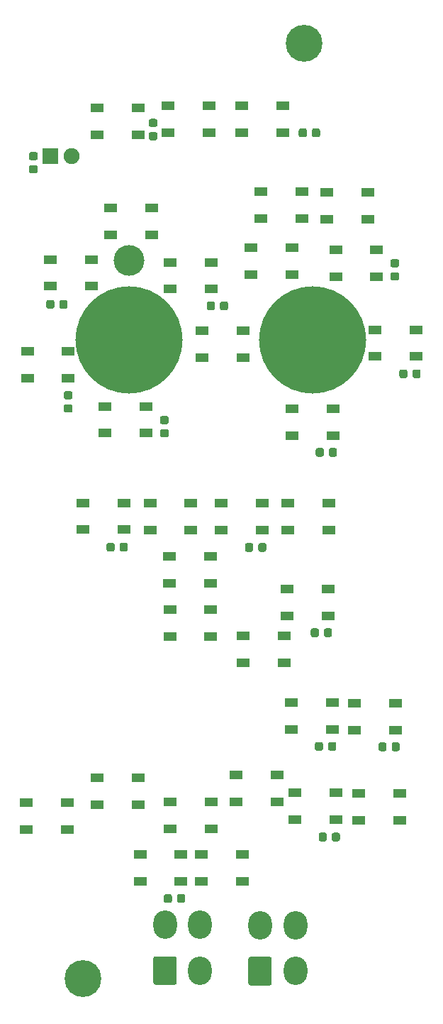
<source format=gbr>
%TF.GenerationSoftware,KiCad,Pcbnew,(5.1.6)-1*%
%TF.CreationDate,2020-12-18T20:13:03+11:00*%
%TF.ProjectId,SIM PWR PCB V2,53494d20-5057-4522-9050-43422056322e,rev?*%
%TF.SameCoordinates,Original*%
%TF.FileFunction,Soldermask,Top*%
%TF.FilePolarity,Negative*%
%FSLAX46Y46*%
G04 Gerber Fmt 4.6, Leading zero omitted, Abs format (unit mm)*
G04 Created by KiCad (PCBNEW (5.1.6)-1) date 2020-12-18 20:13:03*
%MOMM*%
%LPD*%
G01*
G04 APERTURE LIST*
%ADD10C,12.800000*%
%ADD11C,3.672000*%
%ADD12C,4.400000*%
%ADD13O,2.800000X3.400000*%
%ADD14R,1.600000X1.100000*%
%ADD15C,1.900000*%
%ADD16R,1.900000X1.900000*%
G04 APERTURE END LIST*
D10*
%TO.C,4*%
X134677710Y-79638436D03*
X134677710Y-79638436D03*
%TD*%
%TO.C,3*%
X112773636Y-79638436D03*
X112773636Y-79638436D03*
D11*
X112773636Y-70113436D03*
%TD*%
D12*
%TO.C,2*%
X107258014Y-155785745D03*
%TD*%
%TO.C,1*%
X133682342Y-44179111D03*
%TD*%
%TO.C,R1*%
G36*
G01*
X101049510Y-58773440D02*
X101612010Y-58773440D01*
G75*
G02*
X101855760Y-59017190I0J-243750D01*
G01*
X101855760Y-59504690D01*
G75*
G02*
X101612010Y-59748440I-243750J0D01*
G01*
X101049510Y-59748440D01*
G75*
G02*
X100805760Y-59504690I0J243750D01*
G01*
X100805760Y-59017190D01*
G75*
G02*
X101049510Y-58773440I243750J0D01*
G01*
G37*
G36*
G01*
X101049510Y-57198440D02*
X101612010Y-57198440D01*
G75*
G02*
X101855760Y-57442190I0J-243750D01*
G01*
X101855760Y-57929690D01*
G75*
G02*
X101612010Y-58173440I-243750J0D01*
G01*
X101049510Y-58173440D01*
G75*
G02*
X100805760Y-57929690I0J243750D01*
G01*
X100805760Y-57442190D01*
G75*
G02*
X101049510Y-57198440I243750J0D01*
G01*
G37*
%TD*%
D13*
%TO.C,J2*%
X121251980Y-149341840D03*
X117051980Y-149341840D03*
X121251980Y-154841840D03*
G36*
G01*
X115651980Y-156282580D02*
X115651980Y-153401100D01*
G75*
G02*
X115911240Y-153141840I259260J0D01*
G01*
X118192720Y-153141840D01*
G75*
G02*
X118451980Y-153401100I0J-259260D01*
G01*
X118451980Y-156282580D01*
G75*
G02*
X118192720Y-156541840I-259260J0D01*
G01*
X115911240Y-156541840D01*
G75*
G02*
X115651980Y-156282580I0J259260D01*
G01*
G37*
%TD*%
%TO.C,J1*%
X132613400Y-149412960D03*
X128413400Y-149412960D03*
X132613400Y-154912960D03*
G36*
G01*
X127013400Y-156353700D02*
X127013400Y-153472220D01*
G75*
G02*
X127272660Y-153212960I259260J0D01*
G01*
X129554140Y-153212960D01*
G75*
G02*
X129813400Y-153472220I0J-259260D01*
G01*
X129813400Y-156353700D01*
G75*
G02*
X129554140Y-156612960I-259260J0D01*
G01*
X127272660Y-156612960D01*
G75*
G02*
X127013400Y-156353700I0J259260D01*
G01*
G37*
%TD*%
%TO.C,C17*%
G36*
G01*
X136982380Y-139198930D02*
X136982380Y-138636430D01*
G75*
G02*
X137226130Y-138392680I243750J0D01*
G01*
X137713630Y-138392680D01*
G75*
G02*
X137957380Y-138636430I0J-243750D01*
G01*
X137957380Y-139198930D01*
G75*
G02*
X137713630Y-139442680I-243750J0D01*
G01*
X137226130Y-139442680D01*
G75*
G02*
X136982380Y-139198930I0J243750D01*
G01*
G37*
G36*
G01*
X135407380Y-139198930D02*
X135407380Y-138636430D01*
G75*
G02*
X135651130Y-138392680I243750J0D01*
G01*
X136138630Y-138392680D01*
G75*
G02*
X136382380Y-138636430I0J-243750D01*
G01*
X136382380Y-139198930D01*
G75*
G02*
X136138630Y-139442680I-243750J0D01*
G01*
X135651130Y-139442680D01*
G75*
G02*
X135407380Y-139198930I0J243750D01*
G01*
G37*
%TD*%
%TO.C,C16*%
G36*
G01*
X118486300Y-146534450D02*
X118486300Y-145971950D01*
G75*
G02*
X118730050Y-145728200I243750J0D01*
G01*
X119217550Y-145728200D01*
G75*
G02*
X119461300Y-145971950I0J-243750D01*
G01*
X119461300Y-146534450D01*
G75*
G02*
X119217550Y-146778200I-243750J0D01*
G01*
X118730050Y-146778200D01*
G75*
G02*
X118486300Y-146534450I0J243750D01*
G01*
G37*
G36*
G01*
X116911300Y-146534450D02*
X116911300Y-145971950D01*
G75*
G02*
X117155050Y-145728200I243750J0D01*
G01*
X117642550Y-145728200D01*
G75*
G02*
X117886300Y-145971950I0J-243750D01*
G01*
X117886300Y-146534450D01*
G75*
G02*
X117642550Y-146778200I-243750J0D01*
G01*
X117155050Y-146778200D01*
G75*
G02*
X116911300Y-146534450I0J243750D01*
G01*
G37*
%TD*%
%TO.C,C15*%
G36*
G01*
X111640800Y-104616830D02*
X111640800Y-104054330D01*
G75*
G02*
X111884550Y-103810580I243750J0D01*
G01*
X112372050Y-103810580D01*
G75*
G02*
X112615800Y-104054330I0J-243750D01*
G01*
X112615800Y-104616830D01*
G75*
G02*
X112372050Y-104860580I-243750J0D01*
G01*
X111884550Y-104860580D01*
G75*
G02*
X111640800Y-104616830I0J243750D01*
G01*
G37*
G36*
G01*
X110065800Y-104616830D02*
X110065800Y-104054330D01*
G75*
G02*
X110309550Y-103810580I243750J0D01*
G01*
X110797050Y-103810580D01*
G75*
G02*
X111040800Y-104054330I0J-243750D01*
G01*
X111040800Y-104616830D01*
G75*
G02*
X110797050Y-104860580I-243750J0D01*
G01*
X110309550Y-104860580D01*
G75*
G02*
X110065800Y-104616830I0J243750D01*
G01*
G37*
%TD*%
%TO.C,C14*%
G36*
G01*
X136540620Y-128381070D02*
X136540620Y-127818570D01*
G75*
G02*
X136784370Y-127574820I243750J0D01*
G01*
X137271870Y-127574820D01*
G75*
G02*
X137515620Y-127818570I0J-243750D01*
G01*
X137515620Y-128381070D01*
G75*
G02*
X137271870Y-128624820I-243750J0D01*
G01*
X136784370Y-128624820D01*
G75*
G02*
X136540620Y-128381070I0J243750D01*
G01*
G37*
G36*
G01*
X134965620Y-128381070D02*
X134965620Y-127818570D01*
G75*
G02*
X135209370Y-127574820I243750J0D01*
G01*
X135696870Y-127574820D01*
G75*
G02*
X135940620Y-127818570I0J-243750D01*
G01*
X135940620Y-128381070D01*
G75*
G02*
X135696870Y-128624820I-243750J0D01*
G01*
X135209370Y-128624820D01*
G75*
G02*
X134965620Y-128381070I0J243750D01*
G01*
G37*
%TD*%
%TO.C,C13*%
G36*
G01*
X144124860Y-128424250D02*
X144124860Y-127861750D01*
G75*
G02*
X144368610Y-127618000I243750J0D01*
G01*
X144856110Y-127618000D01*
G75*
G02*
X145099860Y-127861750I0J-243750D01*
G01*
X145099860Y-128424250D01*
G75*
G02*
X144856110Y-128668000I-243750J0D01*
G01*
X144368610Y-128668000D01*
G75*
G02*
X144124860Y-128424250I0J243750D01*
G01*
G37*
G36*
G01*
X142549860Y-128424250D02*
X142549860Y-127861750D01*
G75*
G02*
X142793610Y-127618000I243750J0D01*
G01*
X143281110Y-127618000D01*
G75*
G02*
X143524860Y-127861750I0J-243750D01*
G01*
X143524860Y-128424250D01*
G75*
G02*
X143281110Y-128668000I-243750J0D01*
G01*
X142793610Y-128668000D01*
G75*
G02*
X142549860Y-128424250I0J243750D01*
G01*
G37*
%TD*%
%TO.C,C12*%
G36*
G01*
X104440100Y-75637970D02*
X104440100Y-75075470D01*
G75*
G02*
X104683850Y-74831720I243750J0D01*
G01*
X105171350Y-74831720D01*
G75*
G02*
X105415100Y-75075470I0J-243750D01*
G01*
X105415100Y-75637970D01*
G75*
G02*
X105171350Y-75881720I-243750J0D01*
G01*
X104683850Y-75881720D01*
G75*
G02*
X104440100Y-75637970I0J243750D01*
G01*
G37*
G36*
G01*
X102865100Y-75637970D02*
X102865100Y-75075470D01*
G75*
G02*
X103108850Y-74831720I243750J0D01*
G01*
X103596350Y-74831720D01*
G75*
G02*
X103840100Y-75075470I0J-243750D01*
G01*
X103840100Y-75637970D01*
G75*
G02*
X103596350Y-75881720I-243750J0D01*
G01*
X103108850Y-75881720D01*
G75*
G02*
X102865100Y-75637970I0J243750D01*
G01*
G37*
%TD*%
%TO.C,C11*%
G36*
G01*
X136032420Y-114820010D02*
X136032420Y-114257510D01*
G75*
G02*
X136276170Y-114013760I243750J0D01*
G01*
X136763670Y-114013760D01*
G75*
G02*
X137007420Y-114257510I0J-243750D01*
G01*
X137007420Y-114820010D01*
G75*
G02*
X136763670Y-115063760I-243750J0D01*
G01*
X136276170Y-115063760D01*
G75*
G02*
X136032420Y-114820010I0J243750D01*
G01*
G37*
G36*
G01*
X134457420Y-114820010D02*
X134457420Y-114257510D01*
G75*
G02*
X134701170Y-114013760I243750J0D01*
G01*
X135188670Y-114013760D01*
G75*
G02*
X135432420Y-114257510I0J-243750D01*
G01*
X135432420Y-114820010D01*
G75*
G02*
X135188670Y-115063760I-243750J0D01*
G01*
X134701170Y-115063760D01*
G75*
G02*
X134457420Y-114820010I0J243750D01*
G01*
G37*
%TD*%
%TO.C,C10*%
G36*
G01*
X105762370Y-86705260D02*
X105199870Y-86705260D01*
G75*
G02*
X104956120Y-86461510I0J243750D01*
G01*
X104956120Y-85974010D01*
G75*
G02*
X105199870Y-85730260I243750J0D01*
G01*
X105762370Y-85730260D01*
G75*
G02*
X106006120Y-85974010I0J-243750D01*
G01*
X106006120Y-86461510D01*
G75*
G02*
X105762370Y-86705260I-243750J0D01*
G01*
G37*
G36*
G01*
X105762370Y-88280260D02*
X105199870Y-88280260D01*
G75*
G02*
X104956120Y-88036510I0J243750D01*
G01*
X104956120Y-87549010D01*
G75*
G02*
X105199870Y-87305260I243750J0D01*
G01*
X105762370Y-87305260D01*
G75*
G02*
X106006120Y-87549010I0J-243750D01*
G01*
X106006120Y-88036510D01*
G75*
G02*
X105762370Y-88280260I-243750J0D01*
G01*
G37*
%TD*%
%TO.C,C9*%
G36*
G01*
X123024720Y-75260890D02*
X123024720Y-75823390D01*
G75*
G02*
X122780970Y-76067140I-243750J0D01*
G01*
X122293470Y-76067140D01*
G75*
G02*
X122049720Y-75823390I0J243750D01*
G01*
X122049720Y-75260890D01*
G75*
G02*
X122293470Y-75017140I243750J0D01*
G01*
X122780970Y-75017140D01*
G75*
G02*
X123024720Y-75260890I0J-243750D01*
G01*
G37*
G36*
G01*
X124599720Y-75260890D02*
X124599720Y-75823390D01*
G75*
G02*
X124355970Y-76067140I-243750J0D01*
G01*
X123868470Y-76067140D01*
G75*
G02*
X123624720Y-75823390I0J243750D01*
G01*
X123624720Y-75260890D01*
G75*
G02*
X123868470Y-75017140I243750J0D01*
G01*
X124355970Y-75017140D01*
G75*
G02*
X124599720Y-75260890I0J-243750D01*
G01*
G37*
%TD*%
%TO.C,C8*%
G36*
G01*
X116695910Y-90251560D02*
X117258410Y-90251560D01*
G75*
G02*
X117502160Y-90495310I0J-243750D01*
G01*
X117502160Y-90982810D01*
G75*
G02*
X117258410Y-91226560I-243750J0D01*
G01*
X116695910Y-91226560D01*
G75*
G02*
X116452160Y-90982810I0J243750D01*
G01*
X116452160Y-90495310D01*
G75*
G02*
X116695910Y-90251560I243750J0D01*
G01*
G37*
G36*
G01*
X116695910Y-88676560D02*
X117258410Y-88676560D01*
G75*
G02*
X117502160Y-88920310I0J-243750D01*
G01*
X117502160Y-89407810D01*
G75*
G02*
X117258410Y-89651560I-243750J0D01*
G01*
X116695910Y-89651560D01*
G75*
G02*
X116452160Y-89407810I0J243750D01*
G01*
X116452160Y-88920310D01*
G75*
G02*
X116695910Y-88676560I243750J0D01*
G01*
G37*
%TD*%
%TO.C,C7*%
G36*
G01*
X128188900Y-104644770D02*
X128188900Y-104082270D01*
G75*
G02*
X128432650Y-103838520I243750J0D01*
G01*
X128920150Y-103838520D01*
G75*
G02*
X129163900Y-104082270I0J-243750D01*
G01*
X129163900Y-104644770D01*
G75*
G02*
X128920150Y-104888520I-243750J0D01*
G01*
X128432650Y-104888520D01*
G75*
G02*
X128188900Y-104644770I0J243750D01*
G01*
G37*
G36*
G01*
X126613900Y-104644770D02*
X126613900Y-104082270D01*
G75*
G02*
X126857650Y-103838520I243750J0D01*
G01*
X127345150Y-103838520D01*
G75*
G02*
X127588900Y-104082270I0J-243750D01*
G01*
X127588900Y-104644770D01*
G75*
G02*
X127345150Y-104888520I-243750J0D01*
G01*
X126857650Y-104888520D01*
G75*
G02*
X126613900Y-104644770I0J243750D01*
G01*
G37*
%TD*%
%TO.C,C6*%
G36*
G01*
X136626780Y-93298590D02*
X136626780Y-92736090D01*
G75*
G02*
X136870530Y-92492340I243750J0D01*
G01*
X137358030Y-92492340D01*
G75*
G02*
X137601780Y-92736090I0J-243750D01*
G01*
X137601780Y-93298590D01*
G75*
G02*
X137358030Y-93542340I-243750J0D01*
G01*
X136870530Y-93542340D01*
G75*
G02*
X136626780Y-93298590I0J243750D01*
G01*
G37*
G36*
G01*
X135051780Y-93298590D02*
X135051780Y-92736090D01*
G75*
G02*
X135295530Y-92492340I243750J0D01*
G01*
X135783030Y-92492340D01*
G75*
G02*
X136026780Y-92736090I0J-243750D01*
G01*
X136026780Y-93298590D01*
G75*
G02*
X135783030Y-93542340I-243750J0D01*
G01*
X135295530Y-93542340D01*
G75*
G02*
X135051780Y-93298590I0J243750D01*
G01*
G37*
%TD*%
%TO.C,C5*%
G36*
G01*
X146619140Y-83928530D02*
X146619140Y-83366030D01*
G75*
G02*
X146862890Y-83122280I243750J0D01*
G01*
X147350390Y-83122280D01*
G75*
G02*
X147594140Y-83366030I0J-243750D01*
G01*
X147594140Y-83928530D01*
G75*
G02*
X147350390Y-84172280I-243750J0D01*
G01*
X146862890Y-84172280D01*
G75*
G02*
X146619140Y-83928530I0J243750D01*
G01*
G37*
G36*
G01*
X145044140Y-83928530D02*
X145044140Y-83366030D01*
G75*
G02*
X145287890Y-83122280I243750J0D01*
G01*
X145775390Y-83122280D01*
G75*
G02*
X146019140Y-83366030I0J-243750D01*
G01*
X146019140Y-83928530D01*
G75*
G02*
X145775390Y-84172280I-243750J0D01*
G01*
X145287890Y-84172280D01*
G75*
G02*
X145044140Y-83928530I0J243750D01*
G01*
G37*
%TD*%
%TO.C,C4*%
G36*
G01*
X144219350Y-71539380D02*
X144781850Y-71539380D01*
G75*
G02*
X145025600Y-71783130I0J-243750D01*
G01*
X145025600Y-72270630D01*
G75*
G02*
X144781850Y-72514380I-243750J0D01*
G01*
X144219350Y-72514380D01*
G75*
G02*
X143975600Y-72270630I0J243750D01*
G01*
X143975600Y-71783130D01*
G75*
G02*
X144219350Y-71539380I243750J0D01*
G01*
G37*
G36*
G01*
X144219350Y-69964380D02*
X144781850Y-69964380D01*
G75*
G02*
X145025600Y-70208130I0J-243750D01*
G01*
X145025600Y-70695630D01*
G75*
G02*
X144781850Y-70939380I-243750J0D01*
G01*
X144219350Y-70939380D01*
G75*
G02*
X143975600Y-70695630I0J243750D01*
G01*
X143975600Y-70208130D01*
G75*
G02*
X144219350Y-69964380I243750J0D01*
G01*
G37*
%TD*%
%TO.C,C3*%
G36*
G01*
X115352250Y-54800780D02*
X115914750Y-54800780D01*
G75*
G02*
X116158500Y-55044530I0J-243750D01*
G01*
X116158500Y-55532030D01*
G75*
G02*
X115914750Y-55775780I-243750J0D01*
G01*
X115352250Y-55775780D01*
G75*
G02*
X115108500Y-55532030I0J243750D01*
G01*
X115108500Y-55044530D01*
G75*
G02*
X115352250Y-54800780I243750J0D01*
G01*
G37*
G36*
G01*
X115352250Y-53225780D02*
X115914750Y-53225780D01*
G75*
G02*
X116158500Y-53469530I0J-243750D01*
G01*
X116158500Y-53957030D01*
G75*
G02*
X115914750Y-54200780I-243750J0D01*
G01*
X115352250Y-54200780D01*
G75*
G02*
X115108500Y-53957030I0J243750D01*
G01*
X115108500Y-53469530D01*
G75*
G02*
X115352250Y-53225780I243750J0D01*
G01*
G37*
%TD*%
%TO.C,C2*%
G36*
G01*
X134002400Y-54608150D02*
X134002400Y-55170650D01*
G75*
G02*
X133758650Y-55414400I-243750J0D01*
G01*
X133271150Y-55414400D01*
G75*
G02*
X133027400Y-55170650I0J243750D01*
G01*
X133027400Y-54608150D01*
G75*
G02*
X133271150Y-54364400I243750J0D01*
G01*
X133758650Y-54364400D01*
G75*
G02*
X134002400Y-54608150I0J-243750D01*
G01*
G37*
G36*
G01*
X135577400Y-54608150D02*
X135577400Y-55170650D01*
G75*
G02*
X135333650Y-55414400I-243750J0D01*
G01*
X134846150Y-55414400D01*
G75*
G02*
X134602400Y-55170650I0J243750D01*
G01*
X134602400Y-54608150D01*
G75*
G02*
X134846150Y-54364400I243750J0D01*
G01*
X135333650Y-54364400D01*
G75*
G02*
X135577400Y-54608150I0J-243750D01*
G01*
G37*
%TD*%
D14*
%TO.C,D34*%
X100510000Y-134823000D03*
X100510000Y-138023000D03*
X105410000Y-134823000D03*
X105410000Y-138023000D03*
%TD*%
%TO.C,D33*%
X108943000Y-131826000D03*
X108943000Y-135026000D03*
X113843000Y-131826000D03*
X113843000Y-135026000D03*
%TD*%
%TO.C,D32*%
X114074000Y-140970000D03*
X114074000Y-144170000D03*
X118974000Y-140970000D03*
X118974000Y-144170000D03*
%TD*%
%TO.C,D31*%
X121361000Y-140970000D03*
X121361000Y-144170000D03*
X126261000Y-140970000D03*
X126261000Y-144170000D03*
%TD*%
%TO.C,D30*%
X117641000Y-134722000D03*
X117641000Y-137922000D03*
X122541000Y-134722000D03*
X122541000Y-137922000D03*
%TD*%
%TO.C,D29*%
X140157000Y-133706000D03*
X140157000Y-136906000D03*
X145057000Y-133706000D03*
X145057000Y-136906000D03*
%TD*%
%TO.C,D28*%
X132588000Y-133655000D03*
X132588000Y-136855000D03*
X137488000Y-133655000D03*
X137488000Y-136855000D03*
%TD*%
%TO.C,D27*%
X125542040Y-131521000D03*
X125542040Y-134721000D03*
X130442040Y-131521000D03*
X130442040Y-134721000D03*
%TD*%
%TO.C,D26*%
X139700000Y-122936000D03*
X139700000Y-126136000D03*
X144600000Y-122936000D03*
X144600000Y-126136000D03*
%TD*%
%TO.C,D25*%
X132131000Y-122885000D03*
X132131000Y-126085000D03*
X137031000Y-122885000D03*
X137031000Y-126085000D03*
%TD*%
%TO.C,D24*%
X131623000Y-109322000D03*
X131623000Y-112522000D03*
X136523000Y-109322000D03*
X136523000Y-112522000D03*
%TD*%
%TO.C,D23*%
X126418000Y-114910000D03*
X126418000Y-118110000D03*
X131318000Y-114910000D03*
X131318000Y-118110000D03*
%TD*%
%TO.C,D22*%
X117630000Y-111811000D03*
X117630000Y-115011000D03*
X122530000Y-111811000D03*
X122530000Y-115011000D03*
%TD*%
%TO.C,D21*%
X117551000Y-105461000D03*
X117551000Y-108661000D03*
X122451000Y-105461000D03*
X122451000Y-108661000D03*
%TD*%
%TO.C,D20*%
X131724000Y-99060000D03*
X131724000Y-102260000D03*
X136624000Y-99060000D03*
X136624000Y-102260000D03*
%TD*%
%TO.C,D19*%
X123788000Y-99086000D03*
X123788000Y-102286000D03*
X128688000Y-99086000D03*
X128688000Y-102286000D03*
%TD*%
%TO.C,D18*%
X115254000Y-99086000D03*
X115254000Y-102286000D03*
X120154000Y-99086000D03*
X120154000Y-102286000D03*
%TD*%
%TO.C,D17*%
X107278000Y-99035000D03*
X107278000Y-102235000D03*
X112178000Y-99035000D03*
X112178000Y-102235000D03*
%TD*%
%TO.C,D16*%
X132209000Y-87833200D03*
X132209000Y-91033200D03*
X137109000Y-87833200D03*
X137109000Y-91033200D03*
%TD*%
%TO.C,D15*%
X142138000Y-78384400D03*
X142138000Y-81584400D03*
X147038000Y-78384400D03*
X147038000Y-81584400D03*
%TD*%
%TO.C,D14*%
X137442000Y-68834000D03*
X137442000Y-72034000D03*
X142342000Y-68834000D03*
X142342000Y-72034000D03*
%TD*%
%TO.C,D13*%
X136398000Y-62026800D03*
X136398000Y-65226800D03*
X141298000Y-62026800D03*
X141298000Y-65226800D03*
%TD*%
%TO.C,D12*%
X127305000Y-68630800D03*
X127305000Y-71830800D03*
X132205000Y-68630800D03*
X132205000Y-71830800D03*
%TD*%
%TO.C,D11*%
X128512000Y-61900000D03*
X128512000Y-65100000D03*
X133412000Y-61900000D03*
X133412000Y-65100000D03*
%TD*%
%TO.C,D10*%
X103327000Y-70002400D03*
X103327000Y-73202400D03*
X108227000Y-70002400D03*
X108227000Y-73202400D03*
%TD*%
%TO.C,D9*%
X100612000Y-80975600D03*
X100612000Y-84175600D03*
X105512000Y-80975600D03*
X105512000Y-84175600D03*
%TD*%
%TO.C,D8*%
X109908000Y-87528400D03*
X109908000Y-90728400D03*
X114808000Y-87528400D03*
X114808000Y-90728400D03*
%TD*%
%TO.C,D7*%
X121463000Y-78486000D03*
X121463000Y-81686000D03*
X126363000Y-78486000D03*
X126363000Y-81686000D03*
%TD*%
%TO.C,D6*%
X117641000Y-70332800D03*
X117641000Y-73532800D03*
X122541000Y-70332800D03*
X122541000Y-73532800D03*
%TD*%
%TO.C,D5*%
X110541000Y-63855600D03*
X110541000Y-67055600D03*
X115441000Y-63855600D03*
X115441000Y-67055600D03*
%TD*%
%TO.C,D4*%
X126226000Y-51689200D03*
X126226000Y-54889200D03*
X131126000Y-51689200D03*
X131126000Y-54889200D03*
%TD*%
%TO.C,D3*%
X117426000Y-51663600D03*
X117426000Y-54863600D03*
X122326000Y-51663600D03*
X122326000Y-54863600D03*
%TD*%
%TO.C,D2*%
X108954000Y-51892400D03*
X108954000Y-55092400D03*
X113854000Y-51892400D03*
X113854000Y-55092400D03*
%TD*%
D15*
%TO.C,D1*%
X105893000Y-57658000D03*
D16*
X103353000Y-57658000D03*
%TD*%
M02*

</source>
